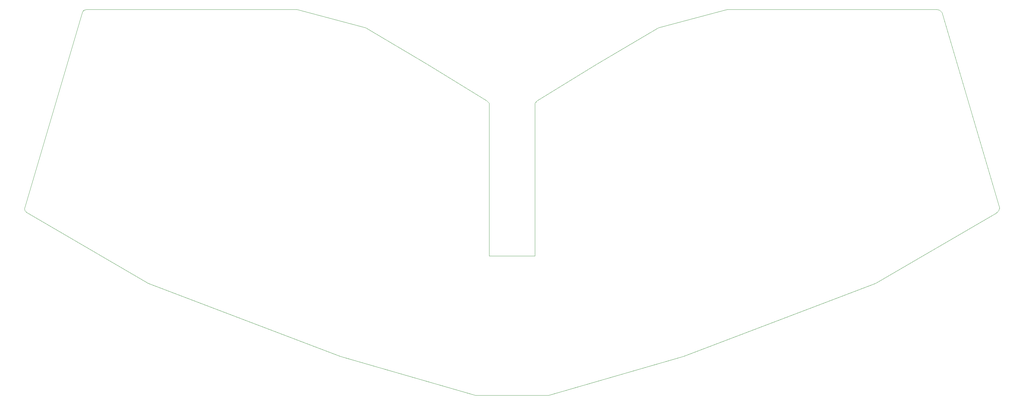
<source format=gbr>
G04 #@! TF.GenerationSoftware,KiCad,Pcbnew,(5.1.5)-3*
G04 #@! TF.CreationDate,2020-09-15T02:52:42+03:00*
G04 #@! TF.ProjectId,eiri,65697269-2e6b-4696-9361-645f70636258,rev?*
G04 #@! TF.SameCoordinates,Original*
G04 #@! TF.FileFunction,Profile,NP*
%FSLAX46Y46*%
G04 Gerber Fmt 4.6, Leading zero omitted, Abs format (unit mm)*
G04 Created by KiCad (PCBNEW (5.1.5)-3) date 2020-09-15 02:52:42*
%MOMM*%
%LPD*%
G04 APERTURE LIST*
%ADD10C,0.050000*%
G04 APERTURE END LIST*
D10*
X11430000Y-98425000D02*
G75*
G02X10727961Y-97289077I567961J1135923D01*
G01*
X281454902Y-97155000D02*
G75*
G02X280669999Y-98424999I-1419902J0D01*
G01*
X45085000Y-118110000D02*
X11430000Y-98425000D01*
X247015000Y-118110000D02*
X280670000Y-98425000D01*
X193675000Y-138430000D02*
X247015000Y-118110000D01*
X98425000Y-138430000D02*
X45085000Y-118110000D01*
X135890000Y-149225000D02*
X98425000Y-138430000D01*
X156210000Y-149225000D02*
X193675000Y-138430000D01*
X135890000Y-149225000D02*
X156210000Y-149225000D01*
X264160000Y-41910000D02*
G75*
G02X265430000Y-42694903I0J-1419903D01*
G01*
X26804077Y-42612039D02*
G75*
G02X27940000Y-41910000I1135923J-567961D01*
G01*
X26804077Y-42612039D02*
X10727961Y-97289077D01*
X265430000Y-42694903D02*
X281454902Y-97155000D01*
X152400000Y-110490000D02*
X152400000Y-80010000D01*
X139700000Y-110490000D02*
X152400000Y-110490000D01*
X139700000Y-80010000D02*
X139700000Y-110490000D01*
X152400000Y-67945000D02*
X153035000Y-67310000D01*
X152400000Y-80010000D02*
X152400000Y-67945000D01*
X139700000Y-67945000D02*
X139065000Y-67310000D01*
X139700000Y-80010000D02*
X139700000Y-67945000D01*
X122555000Y-57150000D02*
X139065000Y-67310000D01*
X105410000Y-46990000D02*
X122555000Y-57150000D01*
X169545000Y-57150000D02*
X153035000Y-67310000D01*
X186690000Y-46990000D02*
X169545000Y-57150000D01*
X205740000Y-41910000D02*
X186690000Y-46990000D01*
X86360000Y-41910000D02*
X105410000Y-46990000D01*
X27940000Y-41910000D02*
X86360000Y-41910000D01*
X264160000Y-41910000D02*
X205740000Y-41910000D01*
M02*

</source>
